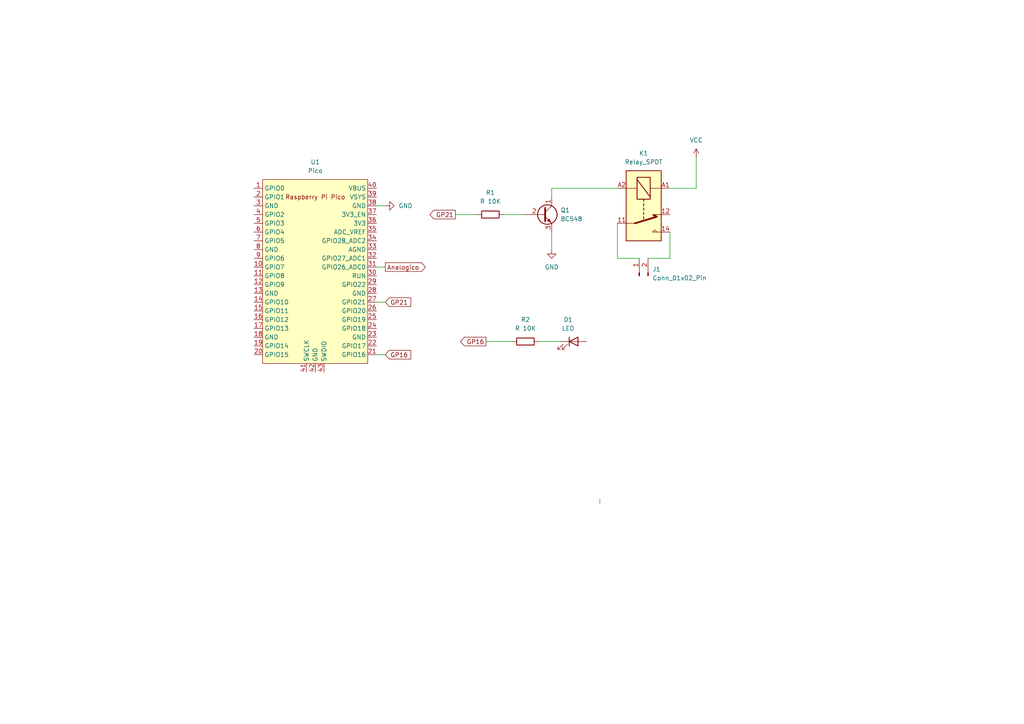
<source format=kicad_sch>
(kicad_sch (version 20231120) (generator "eeschema") (generator_version "8.0")
  (paper "A4")
  (lib_symbols
    (symbol "Connector:Conn_01x02_Pin" (pin_names (offset 1.016) hide)
      (property "Reference" "J" (at 0 2.54 0))
      (property "Value" "Conn_01x02_Pin" (at 0 -5.08 0))
      (symbol "Conn_01x02_Pin_1_1"
        (polyline (pts (xy 1.27 -2.54) (xy 0.8636 -2.54)) (stroke (width 0.1524)))
        (polyline (pts (xy 1.27 0) (xy 0.8636 0)) (stroke (width 0.1524)))
        (rectangle (start 0.8636 -2.413) (end 0 -2.667) (stroke (width 0.1524)) (fill (type outline)))
        (rectangle (start 0.8636 0.127) (end 0 -0.127) (stroke (width 0.1524)) (fill (type outline)))
        (pin passive line (at 5.08 0 180) (length 3.81) (name "Pin_1") (number "1"))
        (pin passive line (at 5.08 -2.54 180) (length 3.81) (name "Pin_2") (number "2"))
      )
    )
    (symbol "Device:LED" (pin_numbers hide) (pin_names (offset 1.016) hide)
      (property "Reference" "D" (at 0 2.54 0))
      (property "Value" "LED" (at 0 -2.54 0))
      (symbol "LED_0_1"
        (polyline (pts (xy -1.27 -1.27) (xy -1.27 1.27)) (stroke (width 0.254)))
        (polyline (pts (xy -1.27 0) (xy 1.27 0)))
        (polyline (pts (xy 1.27 -1.27) (xy 1.27 1.27) (xy -1.27 0) (xy 1.27 -1.27)) (stroke (width 0.254)))
        (polyline (pts (xy -3.048 -0.762) (xy -4.572 -2.286) (xy -3.81 -2.286) (xy -4.572 -2.286) (xy -4.572 -1.524)))
        (polyline (pts (xy -1.778 -0.762) (xy -3.302 -2.286) (xy -2.54 -2.286) (xy -3.302 -2.286) (xy -3.302 -1.524)))
      )
      (symbol "LED_1_1"
        (pin passive line (at -3.81 0 0) (length 2.54) (name "K") (number "1"))
        (pin passive line (at 3.81 0 180) (length 2.54) (name "A") (number "2"))
      )
    )
    (symbol "Device:R" (pin_numbers hide) (pin_names (offset 0))
      (property "Reference" "R" (at 2.032 0 90))
      (property "Value" "R" (at 0 0 90))
      (symbol "R_0_1"
        (rectangle (start -1.016 -2.54) (end 1.016 2.54) (stroke (width 0.254)))
      )
      (symbol "R_1_1"
        (pin passive line (at 0 3.81 270) (length 1.27) (name "~") (number "1"))
        (pin passive line (at 0 -3.81 90) (length 1.27) (name "~") (number "2"))
      )
    )
    (symbol "MCU_RaspberryPi_and_Boards:Pico"
      (property "Reference" "U" (at -13.97 27.94 0))
      (property "Value" "Pico" (at 0 19.05 0))
      (symbol "Pico_0_0"
        (text "Raspberry Pi Pico" (at 0 21.59 0) (effects (font (size 1.27 1.27))))
      )
      (symbol "Pico_0_1"
        (rectangle (start -15.24 26.67) (end 15.24 -26.67) (fill (type background)))
      )
      (symbol "Pico_1_1"
        (pin bidirectional line (at -17.78 24.13 0) (length 2.54) (name "GPIO0") (number "1"))
        (pin bidirectional line (at -17.78 1.27 0) (length 2.54) (name "GPIO7") (number "10"))
        (pin bidirectional line (at -17.78 -1.27 0) (length 2.54) (name "GPIO8") (number "11"))
        (pin bidirectional line (at -17.78 -3.81 0) (length 2.54) (name "GPIO9") (number "12"))
        (pin power_in line (at -17.78 -6.35 0) (length 2.54) (name "GND") (number "13"))
        (pin bidirectional line (at -17.78 -8.89 0) (length 2.54) (name "GPIO10") (number "14"))
        (pin bidirectional line (at -17.78 -11.43 0) (length 2.54) (name "GPIO11") (number "15"))
        (pin bidirectional line (at -17.78 -13.97 0) (length 2.54) (name "GPIO12") (number "16"))
        (pin bidirectional line (at -17.78 -16.51 0) (length 2.54) (name "GPIO13") (number "17"))
        (pin power_in line (at -17.78 -19.05 0) (length 2.54) (name "GND") (number "18"))
        (pin bidirectional line (at -17.78 -21.59 0) (length 2.54) (name "GPIO14") (number "19"))
        (pin bidirectional line (at -17.78 21.59 0) (length 2.54) (name "GPIO1") (number "2"))
        (pin bidirectional line (at -17.78 -24.13 0) (length 2.54) (name "GPIO15") (number "20"))
        (pin bidirectional line (at 17.78 -24.13 180) (length 2.54) (name "GPIO16") (number "21"))
        (pin bidirectional line (at 17.78 -21.59 180) (length 2.54) (name "GPIO17") (number "22"))
        (pin power_in line (at 17.78 -19.05 180) (length 2.54) (name "GND") (number "23"))
        (pin bidirectional line (at 17.78 -16.51 180) (length 2.54) (name "GPIO18") (number "24"))
        (pin bidirectional line (at 17.78 -13.97 180) (length 2.54) (name "GPIO19") (number "25"))
        (pin bidirectional line (at 17.78 -11.43 180) (length 2.54) (name "GPIO20") (number "26"))
        (pin bidirectional line (at 17.78 -8.89 180) (length 2.54) (name "GPIO21") (number "27"))
        (pin power_in line (at 17.78 -6.35 180) (length 2.54) (name "GND") (number "28"))
        (pin bidirectional line (at 17.78 -3.81 180) (length 2.54) (name "GPIO22") (number "29"))
        (pin power_in line (at -17.78 19.05 0) (length 2.54) (name "GND") (number "3"))
        (pin input line (at 17.78 -1.27 180) (length 2.54) (name "RUN") (number "30"))
        (pin bidirectional line (at 17.78 1.27 180) (length 2.54) (name "GPIO26_ADC0") (number "31"))
        (pin bidirectional line (at 17.78 3.81 180) (length 2.54) (name "GPIO27_ADC1") (number "32"))
        (pin power_in line (at 17.78 6.35 180) (length 2.54) (name "AGND") (number "33"))
        (pin bidirectional line (at 17.78 8.89 180) (length 2.54) (name "GPIO28_ADC2") (number "34"))
        (pin power_in line (at 17.78 11.43 180) (length 2.54) (name "ADC_VREF") (number "35"))
        (pin power_in line (at 17.78 13.97 180) (length 2.54) (name "3V3") (number "36"))
        (pin input line (at 17.78 16.51 180) (length 2.54) (name "3V3_EN") (number "37"))
        (pin bidirectional line (at 17.78 19.05 180) (length 2.54) (name "GND") (number "38"))
        (pin power_in line (at 17.78 21.59 180) (length 2.54) (name "VSYS") (number "39"))
        (pin bidirectional line (at -17.78 16.51 0) (length 2.54) (name "GPIO2") (number "4"))
        (pin power_in line (at 17.78 24.13 180) (length 2.54) (name "VBUS") (number "40"))
        (pin input line (at -2.54 -29.21 90) (length 2.54) (name "SWCLK") (number "41"))
        (pin power_in line (at 0 -29.21 90) (length 2.54) (name "GND") (number "42"))
        (pin bidirectional line (at 2.54 -29.21 90) (length 2.54) (name "SWDIO") (number "43"))
        (pin bidirectional line (at -17.78 13.97 0) (length 2.54) (name "GPIO3") (number "5"))
        (pin bidirectional line (at -17.78 11.43 0) (length 2.54) (name "GPIO4") (number "6"))
        (pin bidirectional line (at -17.78 8.89 0) (length 2.54) (name "GPIO5") (number "7"))
        (pin power_in line (at -17.78 6.35 0) (length 2.54) (name "GND") (number "8"))
        (pin bidirectional line (at -17.78 3.81 0) (length 2.54) (name "GPIO6") (number "9"))
      )
    )
    (symbol "Relay:Relay_SPDT"
      (property "Reference" "K" (at 11.43 3.81 0))
      (property "Value" "Relay_SPDT" (at 11.43 1.27 0))
      (symbol "Relay_SPDT_0_0"
        (polyline (pts (xy 7.62 5.08) (xy 7.62 2.54) (xy 6.985 3.175) (xy 7.62 3.81)))
      )
      (symbol "Relay_SPDT_0_1"
        (rectangle (start -10.16 5.08) (end 10.16 -5.08) (stroke (width 0.254)) (fill (type background)))
        (rectangle (start -8.255 1.905) (end -1.905 -1.905) (stroke (width 0.254)))
        (polyline (pts (xy -7.62 -1.905) (xy -2.54 1.905)) (stroke (width 0.254)))
        (polyline (pts (xy -5.08 -5.08) (xy -5.08 -1.905)))
        (polyline (pts (xy -5.08 5.08) (xy -5.08 1.905)))
        (polyline (pts (xy -1.905 0) (xy -1.27 0)) (stroke (width 0.254)))
        (polyline (pts (xy -0.635 0) (xy 0 0)) (stroke (width 0.254)))
        (polyline (pts (xy 0.635 0) (xy 1.27 0)) (stroke (width 0.254)))
        (polyline (pts (xy 1.905 0) (xy 2.54 0)) (stroke (width 0.254)))
        (polyline (pts (xy 3.175 0) (xy 3.81 0)) (stroke (width 0.254)))
        (polyline (pts (xy 5.08 -2.54) (xy 3.175 3.81)) (stroke (width 0.508)))
        (polyline (pts (xy 5.08 -2.54) (xy 5.08 -5.08)))
        (polyline (pts (xy 2.54 5.08) (xy 2.54 2.54) (xy 3.175 3.175) (xy 2.54 3.81)) (fill (type outline)))
      )
      (symbol "Relay_SPDT_1_1"
        (pin passive line (at 5.08 -7.62 90) (length 2.54) (name "~") (number "11"))
        (pin passive line (at 2.54 7.62 270) (length 2.54) (name "~") (number "12"))
        (pin passive line (at 7.62 7.62 270) (length 2.54) (name "~") (number "14"))
        (pin passive line (at -5.08 7.62 270) (length 2.54) (name "~") (number "A1"))
        (pin passive line (at -5.08 -7.62 90) (length 2.54) (name "~") (number "A2"))
      )
    )
    (symbol "Transistor_BJT:BC548" (pin_names (offset 0) hide)
      (property "Reference" "Q" (at 5.08 1.905 0))
      (property "Value" "BC548" (at 5.08 0 0))
      (symbol "BC548_0_1"
        (polyline (pts (xy 0 0) (xy 0.635 0)))
        (polyline (pts (xy 0.635 0.635) (xy 2.54 2.54)))
        (polyline (pts (xy 0.635 -0.635) (xy 2.54 -2.54) (xy 2.54 -2.54)))
        (polyline (pts (xy 0.635 1.905) (xy 0.635 -1.905) (xy 0.635 -1.905)) (stroke (width 0.508)))
        (polyline (pts (xy 1.27 -1.778) (xy 1.778 -1.27) (xy 2.286 -2.286) (xy 1.27 -1.778) (xy 1.27 -1.778)) (fill (type outline)))
        (circle (center 1.27 0) (radius 2.8194) (stroke (width 0.254)))
      )
      (symbol "BC548_1_1"
        (pin passive line (at 2.54 5.08 270) (length 2.54) (name "C") (number "1"))
        (pin input line (at -5.08 0 0) (length 5.08) (name "B") (number "2"))
        (pin passive line (at 2.54 -5.08 90) (length 2.54) (name "E") (number "3"))
      )
    )
    (symbol "power:GND" (power) (pin_numbers hide) (pin_names (offset 0) hide)
      (property "Value" "GND" (at 0 -3.81 0))
      (symbol "GND_0_1"
        (polyline (pts (xy 0 0) (xy 0 -1.27) (xy 1.27 -1.27) (xy 0 -2.54) (xy -1.27 -1.27) (xy 0 -1.27)))
      )
      (symbol "GND_1_1"
        (pin power_in line (at 0 0 270) (length 0) (name "~") (number "1"))
      )
    )
    (symbol "power:VCC" (power) (pin_numbers hide) (pin_names (offset 0) hide)
      (property "Value" "VCC" (at 0 3.556 0))
      (symbol "VCC_0_1"
        (polyline (pts (xy -0.762 1.27) (xy 0 2.54)))
        (polyline (pts (xy 0 0) (xy 0 2.54)))
        (polyline (pts (xy 0 2.54) (xy 0.762 1.27)))
      )
      (symbol "VCC_1_1"
        (pin power_in line (at 0 0 90) (length 0) (name "~") (number "1"))
      )
    )
  )
  (wire (pts (xy 160.02 54.61) (xy 160.02 57.15)))
  (wire (pts (xy 179.07 64.77) (xy 179.07 74.93)))
  (wire (pts (xy 109.22 87.63) (xy 111.76 87.63)))
  (wire (pts (xy 173.99 144.78) (xy 173.99 146.05)))
  (wire (pts (xy 160.02 67.31) (xy 160.02 72.39)))
  (wire (pts (xy 109.22 102.87) (xy 111.76 102.87)))
  (wire (pts (xy 194.31 54.61) (xy 201.93 54.61)))
  (wire (pts (xy 109.22 59.69) (xy 111.76 59.69)))
  (wire (pts (xy 132.08 62.23) (xy 138.43 62.23)))
  (wire (pts (xy 179.07 54.61) (xy 160.02 54.61)))
  (wire (pts (xy 140.97 99.06) (xy 148.59 99.06)))
  (wire (pts (xy 146.05 62.23) (xy 152.4 62.23)))
  (wire (pts (xy 179.07 74.93) (xy 185.42 74.93)))
  (wire (pts (xy 194.31 67.31) (xy 194.31 74.93)))
  (wire (pts (xy 194.31 74.93) (xy 187.96 74.93)))
  (wire (pts (xy 109.22 77.47) (xy 111.76 77.47)))
  (wire (pts (xy 156.21 99.06) (xy 162.56 99.06)))
  (wire (pts (xy 201.93 54.61) (xy 201.93 45.72)))
  (global_label "GP21" (shape input) (at 111.76 87.63 0) (property "Intersheetrefs" "${INTERSHEET_REFS}" (effects (hide yes))))
  (global_label "GP21" (shape output) (at 132.08 62.23 180) (property "Intersheetrefs" "${INTERSHEET_REFS}" (effects (hide yes))))
  (global_label "GP16" (shape input) (at 111.76 102.87 0) (property "Intersheetrefs" "${INTERSHEET_REFS}" (effects (hide yes))))
  (global_label "Analogico" (shape output) (at 111.76 77.47 0) (property "Intersheetrefs" "${INTERSHEET_REFS}" (effects (hide yes))))
  (global_label "GP16" (shape output) (at 140.97 99.06 180) (property "Intersheetrefs" "${INTERSHEET_REFS}" (effects (hide yes))))
  (symbol (lib_id "power:GND") (at 111.76 59.69 90) (unit 1)
    (property "Reference" "#PWR03" (effects (hide yes)))
    (property "Value" "GND" (at 115.57 59.6899 90) (effects (justify right)))
    (property "Description" "Power symbol creates a global label with name \"GND\" , ground" (effects (hide yes)))
  )
  (symbol (lib_id "Connector:Conn_01x02_Pin") (at 185.42 80.01 90) (unit 1)
    (property "Reference" "J1" (at 189.23 78.1049 90) (effects (justify right)))
    (property "Value" "Conn_01x02_Pin" (at 189.23 80.6449 90) (effects (justify right)))
    (property "Footprint" "Connector_JST:JST_PH_S2B-PH-K_1x02_P2.00mm_Horizontal" (effects (hide yes)))
    (property "Description" "Generic connector, single row, 01x02, script generated" (effects (hide yes)))
  )
  (symbol (lib_id "power:VCC") (at 201.93 45.72 0) (unit 1)
    (property "Reference" "#PWR02" (effects (hide yes)))
    (property "Value" "VCC" (at 201.93 40.64 0))
    (property "Description" "Power symbol creates a global label with name \"VCC\"" (effects (hide yes)))
  )
  (symbol (lib_id "Device:R") (at 142.24 62.23 90) (unit 1)
    (property "Reference" "R1" (at 142.24 55.88 90))
    (property "Value" "R 10K" (at 142.24 58.42 90))
    (property "Footprint" "Resistor_THT:R_Axial_DIN0414_L11.9mm_D4.5mm_P25.40mm_Horizontal" (effects (hide yes)))
    (property "Description" "Resistor" (effects (hide yes)))
  )
  (symbol (lib_id "MCU_RaspberryPi_and_Boards:Pico") (at 91.44 78.74 0) (unit 1)
    (property "Reference" "U1" (at 91.44 46.99 0))
    (property "Value" "Pico" (at 91.44 49.53 0))
    (property "Footprint" "MCU_RaspberryPi_and_Boards:RPi_Pico_SMD_TH" (effects (hide yes)))
  )
  (symbol (lib_id "Device:LED") (at 166.37 99.06 0) (unit 1)
    (property "Reference" "D1" (at 164.7825 92.71 0))
    (property "Value" "LED" (at 164.7825 95.25 0))
    (property "Footprint" "LED_THT:LED_D5.0mm_Clear" (effects (hide yes)))
    (property "Description" "Light emitting diode" (effects (hide yes)))
  )
  (symbol (lib_id "Device:R") (at 152.4 99.06 90) (unit 1)
    (property "Reference" "R2" (at 152.4 92.71 90))
    (property "Value" "R 10K" (at 152.4 95.25 90))
    (property "Footprint" "Resistor_THT:R_Axial_DIN0414_L11.9mm_D4.5mm_P25.40mm_Horizontal" (effects (hide yes)))
    (property "Description" "Resistor" (effects (hide yes)))
  )
  (symbol (lib_id "Relay:Relay_SPDT") (at 186.69 59.69 270) (unit 1)
    (property "Reference" "K1" (at 186.69 44.45 90))
    (property "Value" "Relay_SPDT" (at 186.69 46.99 90))
    (property "Footprint" "Relay_THT:Relay_1-Form-C_Schrack-RYII_RM3.2mm" (effects (hide yes)))
    (property "Description" "Monostable Relay SPDT, EN50005" (effects (hide yes)))
  )
  (symbol (lib_id "power:GND") (at 160.02 72.39 0) (unit 1)
    (property "Reference" "#PWR01" (effects (hide yes)))
    (property "Value" "GND" (at 160.02 77.47 0))
    (property "Description" "Power symbol creates a global label with name \"GND\" , ground" (effects (hide yes)))
  )
  (symbol (lib_id "Transistor_BJT:BC548") (at 157.48 62.23 0) (unit 1)
    (property "Reference" "Q1" (at 162.56 60.9599 0) (effects (justify left)))
    (property "Value" "BC548" (at 162.56 63.4999 0) (effects (justify left)))
    (property "Footprint" "Package_TO_SOT_THT:TO-92_Inline" (effects (hide yes)))
    (property "Datasheet" "https://www.onsemi.com/pub/Collateral/BC550-D.pdf" (effects (hide yes)))
    (property "Description" "0.1A Ic, 30V Vce, Small Signal NPN Transistor, TO-92" (effects (hide yes)))
  )
)
</source>
